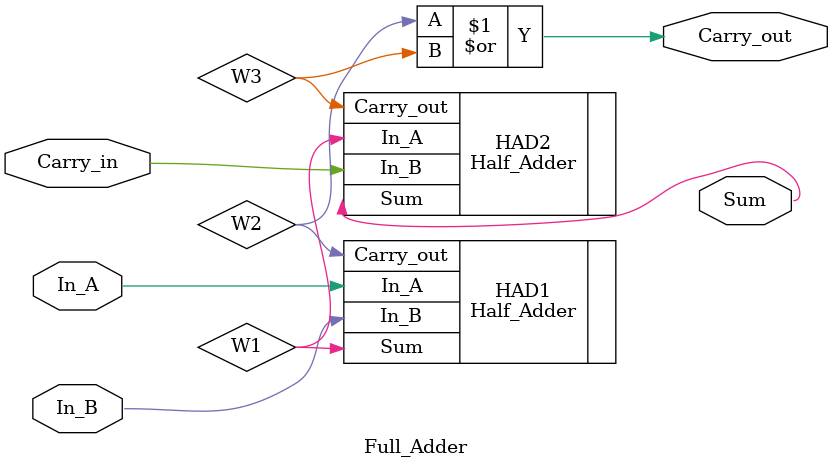
<source format=v>
`timescale 1ns / 1ps

module Full_Adder(
    In_A, In_B, Carry_in, Sum, Carry_out
    );
    input In_A, In_B, Carry_in;
    output Sum, Carry_out;
    
	// implement full adder circuit, your code starts from here.
	// use half adder in this module, fulfill I/O ports connection.
    wire W1, W2, W3;

    Half_Adder HAD1 (
        .In_A(In_A),
        .In_B(In_B),
        .Sum(W1),
        .Carry_out(W2)
    );


    Half_Adder HAD2 (
        .In_A(W1),
        .In_B(Carry_in),
        .Sum(Sum),
        .Carry_out(W3)
    );

    or or1(Carry_out, W2, W3);
    
    
endmodule

</source>
